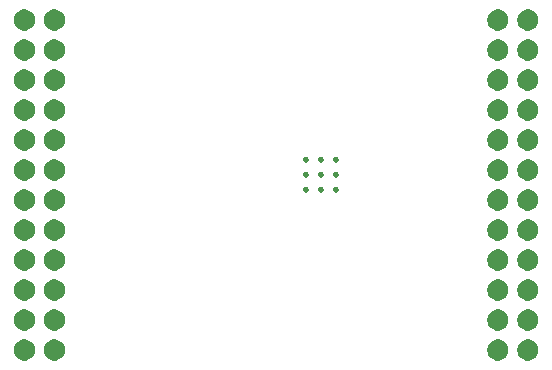
<source format=gbr>
G04 #@! TF.GenerationSoftware,KiCad,Pcbnew,(5.1.5)-3*
G04 #@! TF.CreationDate,2021-07-21T14:46:52+02:00*
G04 #@! TF.ProjectId,sDrive1,73447269-7665-4312-9e6b-696361645f70,rev?*
G04 #@! TF.SameCoordinates,Original*
G04 #@! TF.FileFunction,Soldermask,Bot*
G04 #@! TF.FilePolarity,Negative*
%FSLAX46Y46*%
G04 Gerber Fmt 4.6, Leading zero omitted, Abs format (unit mm)*
G04 Created by KiCad (PCBNEW (5.1.5)-3) date 2021-07-21 14:46:52*
%MOMM*%
%LPD*%
G04 APERTURE LIST*
%ADD10C,0.100000*%
G04 APERTURE END LIST*
D10*
G36*
X45472292Y4762253D02*
G01*
X45621592Y4732556D01*
X45785564Y4664636D01*
X45933134Y4566033D01*
X46058633Y4440534D01*
X46157236Y4292964D01*
X46225156Y4128992D01*
X46259780Y3954921D01*
X46259780Y3777439D01*
X46225156Y3603368D01*
X46157236Y3439396D01*
X46058633Y3291826D01*
X45933134Y3166327D01*
X45785564Y3067724D01*
X45621592Y2999804D01*
X45472292Y2970107D01*
X45447522Y2965180D01*
X45270038Y2965180D01*
X45245268Y2970107D01*
X45095968Y2999804D01*
X44931996Y3067724D01*
X44784426Y3166327D01*
X44658927Y3291826D01*
X44560324Y3439396D01*
X44492404Y3603368D01*
X44457780Y3777439D01*
X44457780Y3954921D01*
X44492404Y4128992D01*
X44560324Y4292964D01*
X44658927Y4440534D01*
X44784426Y4566033D01*
X44931996Y4664636D01*
X45095968Y4732556D01*
X45245268Y4762253D01*
X45270038Y4767180D01*
X45447522Y4767180D01*
X45472292Y4762253D01*
G37*
G36*
X42932292Y4762253D02*
G01*
X43081592Y4732556D01*
X43245564Y4664636D01*
X43393134Y4566033D01*
X43518633Y4440534D01*
X43617236Y4292964D01*
X43685156Y4128992D01*
X43719780Y3954921D01*
X43719780Y3777439D01*
X43685156Y3603368D01*
X43617236Y3439396D01*
X43518633Y3291826D01*
X43393134Y3166327D01*
X43245564Y3067724D01*
X43081592Y2999804D01*
X42932292Y2970107D01*
X42907522Y2965180D01*
X42730038Y2965180D01*
X42705268Y2970107D01*
X42555968Y2999804D01*
X42391996Y3067724D01*
X42244426Y3166327D01*
X42118927Y3291826D01*
X42020324Y3439396D01*
X41952404Y3603368D01*
X41917780Y3777439D01*
X41917780Y3954921D01*
X41952404Y4128992D01*
X42020324Y4292964D01*
X42118927Y4440534D01*
X42244426Y4566033D01*
X42391996Y4664636D01*
X42555968Y4732556D01*
X42705268Y4762253D01*
X42730038Y4767180D01*
X42907522Y4767180D01*
X42932292Y4762253D01*
G37*
G36*
X2852292Y4762253D02*
G01*
X3001592Y4732556D01*
X3165564Y4664636D01*
X3313134Y4566033D01*
X3438633Y4440534D01*
X3537236Y4292964D01*
X3605156Y4128992D01*
X3639780Y3954921D01*
X3639780Y3777439D01*
X3605156Y3603368D01*
X3537236Y3439396D01*
X3438633Y3291826D01*
X3313134Y3166327D01*
X3165564Y3067724D01*
X3001592Y2999804D01*
X2852292Y2970107D01*
X2827522Y2965180D01*
X2650038Y2965180D01*
X2625268Y2970107D01*
X2475968Y2999804D01*
X2311996Y3067724D01*
X2164426Y3166327D01*
X2038927Y3291826D01*
X1940324Y3439396D01*
X1872404Y3603368D01*
X1837780Y3777439D01*
X1837780Y3954921D01*
X1872404Y4128992D01*
X1940324Y4292964D01*
X2038927Y4440534D01*
X2164426Y4566033D01*
X2311996Y4664636D01*
X2475968Y4732556D01*
X2625268Y4762253D01*
X2650038Y4767180D01*
X2827522Y4767180D01*
X2852292Y4762253D01*
G37*
G36*
X5392292Y4762253D02*
G01*
X5541592Y4732556D01*
X5705564Y4664636D01*
X5853134Y4566033D01*
X5978633Y4440534D01*
X6077236Y4292964D01*
X6145156Y4128992D01*
X6179780Y3954921D01*
X6179780Y3777439D01*
X6145156Y3603368D01*
X6077236Y3439396D01*
X5978633Y3291826D01*
X5853134Y3166327D01*
X5705564Y3067724D01*
X5541592Y2999804D01*
X5392292Y2970107D01*
X5367522Y2965180D01*
X5190038Y2965180D01*
X5165268Y2970107D01*
X5015968Y2999804D01*
X4851996Y3067724D01*
X4704426Y3166327D01*
X4578927Y3291826D01*
X4480324Y3439396D01*
X4412404Y3603368D01*
X4377780Y3777439D01*
X4377780Y3954921D01*
X4412404Y4128992D01*
X4480324Y4292964D01*
X4578927Y4440534D01*
X4704426Y4566033D01*
X4851996Y4664636D01*
X5015968Y4732556D01*
X5165268Y4762253D01*
X5190038Y4767180D01*
X5367522Y4767180D01*
X5392292Y4762253D01*
G37*
G36*
X5392292Y7302253D02*
G01*
X5541592Y7272556D01*
X5705564Y7204636D01*
X5853134Y7106033D01*
X5978633Y6980534D01*
X6077236Y6832964D01*
X6145156Y6668992D01*
X6179780Y6494921D01*
X6179780Y6317439D01*
X6145156Y6143368D01*
X6077236Y5979396D01*
X5978633Y5831826D01*
X5853134Y5706327D01*
X5705564Y5607724D01*
X5541592Y5539804D01*
X5392292Y5510107D01*
X5367522Y5505180D01*
X5190038Y5505180D01*
X5165268Y5510107D01*
X5015968Y5539804D01*
X4851996Y5607724D01*
X4704426Y5706327D01*
X4578927Y5831826D01*
X4480324Y5979396D01*
X4412404Y6143368D01*
X4377780Y6317439D01*
X4377780Y6494921D01*
X4412404Y6668992D01*
X4480324Y6832964D01*
X4578927Y6980534D01*
X4704426Y7106033D01*
X4851996Y7204636D01*
X5015968Y7272556D01*
X5165268Y7302253D01*
X5190038Y7307180D01*
X5367522Y7307180D01*
X5392292Y7302253D01*
G37*
G36*
X2852292Y7302253D02*
G01*
X3001592Y7272556D01*
X3165564Y7204636D01*
X3313134Y7106033D01*
X3438633Y6980534D01*
X3537236Y6832964D01*
X3605156Y6668992D01*
X3639780Y6494921D01*
X3639780Y6317439D01*
X3605156Y6143368D01*
X3537236Y5979396D01*
X3438633Y5831826D01*
X3313134Y5706327D01*
X3165564Y5607724D01*
X3001592Y5539804D01*
X2852292Y5510107D01*
X2827522Y5505180D01*
X2650038Y5505180D01*
X2625268Y5510107D01*
X2475968Y5539804D01*
X2311996Y5607724D01*
X2164426Y5706327D01*
X2038927Y5831826D01*
X1940324Y5979396D01*
X1872404Y6143368D01*
X1837780Y6317439D01*
X1837780Y6494921D01*
X1872404Y6668992D01*
X1940324Y6832964D01*
X2038927Y6980534D01*
X2164426Y7106033D01*
X2311996Y7204636D01*
X2475968Y7272556D01*
X2625268Y7302253D01*
X2650038Y7307180D01*
X2827522Y7307180D01*
X2852292Y7302253D01*
G37*
G36*
X42932292Y7302253D02*
G01*
X43081592Y7272556D01*
X43245564Y7204636D01*
X43393134Y7106033D01*
X43518633Y6980534D01*
X43617236Y6832964D01*
X43685156Y6668992D01*
X43719780Y6494921D01*
X43719780Y6317439D01*
X43685156Y6143368D01*
X43617236Y5979396D01*
X43518633Y5831826D01*
X43393134Y5706327D01*
X43245564Y5607724D01*
X43081592Y5539804D01*
X42932292Y5510107D01*
X42907522Y5505180D01*
X42730038Y5505180D01*
X42705268Y5510107D01*
X42555968Y5539804D01*
X42391996Y5607724D01*
X42244426Y5706327D01*
X42118927Y5831826D01*
X42020324Y5979396D01*
X41952404Y6143368D01*
X41917780Y6317439D01*
X41917780Y6494921D01*
X41952404Y6668992D01*
X42020324Y6832964D01*
X42118927Y6980534D01*
X42244426Y7106033D01*
X42391996Y7204636D01*
X42555968Y7272556D01*
X42705268Y7302253D01*
X42730038Y7307180D01*
X42907522Y7307180D01*
X42932292Y7302253D01*
G37*
G36*
X45472292Y7302253D02*
G01*
X45621592Y7272556D01*
X45785564Y7204636D01*
X45933134Y7106033D01*
X46058633Y6980534D01*
X46157236Y6832964D01*
X46225156Y6668992D01*
X46259780Y6494921D01*
X46259780Y6317439D01*
X46225156Y6143368D01*
X46157236Y5979396D01*
X46058633Y5831826D01*
X45933134Y5706327D01*
X45785564Y5607724D01*
X45621592Y5539804D01*
X45472292Y5510107D01*
X45447522Y5505180D01*
X45270038Y5505180D01*
X45245268Y5510107D01*
X45095968Y5539804D01*
X44931996Y5607724D01*
X44784426Y5706327D01*
X44658927Y5831826D01*
X44560324Y5979396D01*
X44492404Y6143368D01*
X44457780Y6317439D01*
X44457780Y6494921D01*
X44492404Y6668992D01*
X44560324Y6832964D01*
X44658927Y6980534D01*
X44784426Y7106033D01*
X44931996Y7204636D01*
X45095968Y7272556D01*
X45245268Y7302253D01*
X45270038Y7307180D01*
X45447522Y7307180D01*
X45472292Y7302253D01*
G37*
G36*
X2852292Y9842253D02*
G01*
X3001592Y9812556D01*
X3165564Y9744636D01*
X3313134Y9646033D01*
X3438633Y9520534D01*
X3537236Y9372964D01*
X3605156Y9208992D01*
X3639780Y9034921D01*
X3639780Y8857439D01*
X3605156Y8683368D01*
X3537236Y8519396D01*
X3438633Y8371826D01*
X3313134Y8246327D01*
X3165564Y8147724D01*
X3001592Y8079804D01*
X2852292Y8050107D01*
X2827522Y8045180D01*
X2650038Y8045180D01*
X2625268Y8050107D01*
X2475968Y8079804D01*
X2311996Y8147724D01*
X2164426Y8246327D01*
X2038927Y8371826D01*
X1940324Y8519396D01*
X1872404Y8683368D01*
X1837780Y8857439D01*
X1837780Y9034921D01*
X1872404Y9208992D01*
X1940324Y9372964D01*
X2038927Y9520534D01*
X2164426Y9646033D01*
X2311996Y9744636D01*
X2475968Y9812556D01*
X2625268Y9842253D01*
X2650038Y9847180D01*
X2827522Y9847180D01*
X2852292Y9842253D01*
G37*
G36*
X5392292Y9842253D02*
G01*
X5541592Y9812556D01*
X5705564Y9744636D01*
X5853134Y9646033D01*
X5978633Y9520534D01*
X6077236Y9372964D01*
X6145156Y9208992D01*
X6179780Y9034921D01*
X6179780Y8857439D01*
X6145156Y8683368D01*
X6077236Y8519396D01*
X5978633Y8371826D01*
X5853134Y8246327D01*
X5705564Y8147724D01*
X5541592Y8079804D01*
X5392292Y8050107D01*
X5367522Y8045180D01*
X5190038Y8045180D01*
X5165268Y8050107D01*
X5015968Y8079804D01*
X4851996Y8147724D01*
X4704426Y8246327D01*
X4578927Y8371826D01*
X4480324Y8519396D01*
X4412404Y8683368D01*
X4377780Y8857439D01*
X4377780Y9034921D01*
X4412404Y9208992D01*
X4480324Y9372964D01*
X4578927Y9520534D01*
X4704426Y9646033D01*
X4851996Y9744636D01*
X5015968Y9812556D01*
X5165268Y9842253D01*
X5190038Y9847180D01*
X5367522Y9847180D01*
X5392292Y9842253D01*
G37*
G36*
X45472292Y9842253D02*
G01*
X45621592Y9812556D01*
X45785564Y9744636D01*
X45933134Y9646033D01*
X46058633Y9520534D01*
X46157236Y9372964D01*
X46225156Y9208992D01*
X46259780Y9034921D01*
X46259780Y8857439D01*
X46225156Y8683368D01*
X46157236Y8519396D01*
X46058633Y8371826D01*
X45933134Y8246327D01*
X45785564Y8147724D01*
X45621592Y8079804D01*
X45472292Y8050107D01*
X45447522Y8045180D01*
X45270038Y8045180D01*
X45245268Y8050107D01*
X45095968Y8079804D01*
X44931996Y8147724D01*
X44784426Y8246327D01*
X44658927Y8371826D01*
X44560324Y8519396D01*
X44492404Y8683368D01*
X44457780Y8857439D01*
X44457780Y9034921D01*
X44492404Y9208992D01*
X44560324Y9372964D01*
X44658927Y9520534D01*
X44784426Y9646033D01*
X44931996Y9744636D01*
X45095968Y9812556D01*
X45245268Y9842253D01*
X45270038Y9847180D01*
X45447522Y9847180D01*
X45472292Y9842253D01*
G37*
G36*
X42932292Y9842253D02*
G01*
X43081592Y9812556D01*
X43245564Y9744636D01*
X43393134Y9646033D01*
X43518633Y9520534D01*
X43617236Y9372964D01*
X43685156Y9208992D01*
X43719780Y9034921D01*
X43719780Y8857439D01*
X43685156Y8683368D01*
X43617236Y8519396D01*
X43518633Y8371826D01*
X43393134Y8246327D01*
X43245564Y8147724D01*
X43081592Y8079804D01*
X42932292Y8050107D01*
X42907522Y8045180D01*
X42730038Y8045180D01*
X42705268Y8050107D01*
X42555968Y8079804D01*
X42391996Y8147724D01*
X42244426Y8246327D01*
X42118927Y8371826D01*
X42020324Y8519396D01*
X41952404Y8683368D01*
X41917780Y8857439D01*
X41917780Y9034921D01*
X41952404Y9208992D01*
X42020324Y9372964D01*
X42118927Y9520534D01*
X42244426Y9646033D01*
X42391996Y9744636D01*
X42555968Y9812556D01*
X42705268Y9842253D01*
X42730038Y9847180D01*
X42907522Y9847180D01*
X42932292Y9842253D01*
G37*
G36*
X5392292Y12382253D02*
G01*
X5541592Y12352556D01*
X5705564Y12284636D01*
X5853134Y12186033D01*
X5978633Y12060534D01*
X6077236Y11912964D01*
X6145156Y11748992D01*
X6179780Y11574921D01*
X6179780Y11397439D01*
X6145156Y11223368D01*
X6077236Y11059396D01*
X5978633Y10911826D01*
X5853134Y10786327D01*
X5705564Y10687724D01*
X5541592Y10619804D01*
X5392292Y10590107D01*
X5367522Y10585180D01*
X5190038Y10585180D01*
X5165268Y10590107D01*
X5015968Y10619804D01*
X4851996Y10687724D01*
X4704426Y10786327D01*
X4578927Y10911826D01*
X4480324Y11059396D01*
X4412404Y11223368D01*
X4377780Y11397439D01*
X4377780Y11574921D01*
X4412404Y11748992D01*
X4480324Y11912964D01*
X4578927Y12060534D01*
X4704426Y12186033D01*
X4851996Y12284636D01*
X5015968Y12352556D01*
X5165268Y12382253D01*
X5190038Y12387180D01*
X5367522Y12387180D01*
X5392292Y12382253D01*
G37*
G36*
X45472292Y12382253D02*
G01*
X45621592Y12352556D01*
X45785564Y12284636D01*
X45933134Y12186033D01*
X46058633Y12060534D01*
X46157236Y11912964D01*
X46225156Y11748992D01*
X46259780Y11574921D01*
X46259780Y11397439D01*
X46225156Y11223368D01*
X46157236Y11059396D01*
X46058633Y10911826D01*
X45933134Y10786327D01*
X45785564Y10687724D01*
X45621592Y10619804D01*
X45472292Y10590107D01*
X45447522Y10585180D01*
X45270038Y10585180D01*
X45245268Y10590107D01*
X45095968Y10619804D01*
X44931996Y10687724D01*
X44784426Y10786327D01*
X44658927Y10911826D01*
X44560324Y11059396D01*
X44492404Y11223368D01*
X44457780Y11397439D01*
X44457780Y11574921D01*
X44492404Y11748992D01*
X44560324Y11912964D01*
X44658927Y12060534D01*
X44784426Y12186033D01*
X44931996Y12284636D01*
X45095968Y12352556D01*
X45245268Y12382253D01*
X45270038Y12387180D01*
X45447522Y12387180D01*
X45472292Y12382253D01*
G37*
G36*
X2852292Y12382253D02*
G01*
X3001592Y12352556D01*
X3165564Y12284636D01*
X3313134Y12186033D01*
X3438633Y12060534D01*
X3537236Y11912964D01*
X3605156Y11748992D01*
X3639780Y11574921D01*
X3639780Y11397439D01*
X3605156Y11223368D01*
X3537236Y11059396D01*
X3438633Y10911826D01*
X3313134Y10786327D01*
X3165564Y10687724D01*
X3001592Y10619804D01*
X2852292Y10590107D01*
X2827522Y10585180D01*
X2650038Y10585180D01*
X2625268Y10590107D01*
X2475968Y10619804D01*
X2311996Y10687724D01*
X2164426Y10786327D01*
X2038927Y10911826D01*
X1940324Y11059396D01*
X1872404Y11223368D01*
X1837780Y11397439D01*
X1837780Y11574921D01*
X1872404Y11748992D01*
X1940324Y11912964D01*
X2038927Y12060534D01*
X2164426Y12186033D01*
X2311996Y12284636D01*
X2475968Y12352556D01*
X2625268Y12382253D01*
X2650038Y12387180D01*
X2827522Y12387180D01*
X2852292Y12382253D01*
G37*
G36*
X42932292Y12382253D02*
G01*
X43081592Y12352556D01*
X43245564Y12284636D01*
X43393134Y12186033D01*
X43518633Y12060534D01*
X43617236Y11912964D01*
X43685156Y11748992D01*
X43719780Y11574921D01*
X43719780Y11397439D01*
X43685156Y11223368D01*
X43617236Y11059396D01*
X43518633Y10911826D01*
X43393134Y10786327D01*
X43245564Y10687724D01*
X43081592Y10619804D01*
X42932292Y10590107D01*
X42907522Y10585180D01*
X42730038Y10585180D01*
X42705268Y10590107D01*
X42555968Y10619804D01*
X42391996Y10687724D01*
X42244426Y10786327D01*
X42118927Y10911826D01*
X42020324Y11059396D01*
X41952404Y11223368D01*
X41917780Y11397439D01*
X41917780Y11574921D01*
X41952404Y11748992D01*
X42020324Y11912964D01*
X42118927Y12060534D01*
X42244426Y12186033D01*
X42391996Y12284636D01*
X42555968Y12352556D01*
X42705268Y12382253D01*
X42730038Y12387180D01*
X42907522Y12387180D01*
X42932292Y12382253D01*
G37*
G36*
X2852292Y14922253D02*
G01*
X3001592Y14892556D01*
X3165564Y14824636D01*
X3313134Y14726033D01*
X3438633Y14600534D01*
X3537236Y14452964D01*
X3605156Y14288992D01*
X3639780Y14114921D01*
X3639780Y13937439D01*
X3605156Y13763368D01*
X3537236Y13599396D01*
X3438633Y13451826D01*
X3313134Y13326327D01*
X3165564Y13227724D01*
X3001592Y13159804D01*
X2852292Y13130107D01*
X2827522Y13125180D01*
X2650038Y13125180D01*
X2625268Y13130107D01*
X2475968Y13159804D01*
X2311996Y13227724D01*
X2164426Y13326327D01*
X2038927Y13451826D01*
X1940324Y13599396D01*
X1872404Y13763368D01*
X1837780Y13937439D01*
X1837780Y14114921D01*
X1872404Y14288992D01*
X1940324Y14452964D01*
X2038927Y14600534D01*
X2164426Y14726033D01*
X2311996Y14824636D01*
X2475968Y14892556D01*
X2625268Y14922253D01*
X2650038Y14927180D01*
X2827522Y14927180D01*
X2852292Y14922253D01*
G37*
G36*
X42932292Y14922253D02*
G01*
X43081592Y14892556D01*
X43245564Y14824636D01*
X43393134Y14726033D01*
X43518633Y14600534D01*
X43617236Y14452964D01*
X43685156Y14288992D01*
X43719780Y14114921D01*
X43719780Y13937439D01*
X43685156Y13763368D01*
X43617236Y13599396D01*
X43518633Y13451826D01*
X43393134Y13326327D01*
X43245564Y13227724D01*
X43081592Y13159804D01*
X42932292Y13130107D01*
X42907522Y13125180D01*
X42730038Y13125180D01*
X42705268Y13130107D01*
X42555968Y13159804D01*
X42391996Y13227724D01*
X42244426Y13326327D01*
X42118927Y13451826D01*
X42020324Y13599396D01*
X41952404Y13763368D01*
X41917780Y13937439D01*
X41917780Y14114921D01*
X41952404Y14288992D01*
X42020324Y14452964D01*
X42118927Y14600534D01*
X42244426Y14726033D01*
X42391996Y14824636D01*
X42555968Y14892556D01*
X42705268Y14922253D01*
X42730038Y14927180D01*
X42907522Y14927180D01*
X42932292Y14922253D01*
G37*
G36*
X5392292Y14922253D02*
G01*
X5541592Y14892556D01*
X5705564Y14824636D01*
X5853134Y14726033D01*
X5978633Y14600534D01*
X6077236Y14452964D01*
X6145156Y14288992D01*
X6179780Y14114921D01*
X6179780Y13937439D01*
X6145156Y13763368D01*
X6077236Y13599396D01*
X5978633Y13451826D01*
X5853134Y13326327D01*
X5705564Y13227724D01*
X5541592Y13159804D01*
X5392292Y13130107D01*
X5367522Y13125180D01*
X5190038Y13125180D01*
X5165268Y13130107D01*
X5015968Y13159804D01*
X4851996Y13227724D01*
X4704426Y13326327D01*
X4578927Y13451826D01*
X4480324Y13599396D01*
X4412404Y13763368D01*
X4377780Y13937439D01*
X4377780Y14114921D01*
X4412404Y14288992D01*
X4480324Y14452964D01*
X4578927Y14600534D01*
X4704426Y14726033D01*
X4851996Y14824636D01*
X5015968Y14892556D01*
X5165268Y14922253D01*
X5190038Y14927180D01*
X5367522Y14927180D01*
X5392292Y14922253D01*
G37*
G36*
X45472292Y14922253D02*
G01*
X45621592Y14892556D01*
X45785564Y14824636D01*
X45933134Y14726033D01*
X46058633Y14600534D01*
X46157236Y14452964D01*
X46225156Y14288992D01*
X46259780Y14114921D01*
X46259780Y13937439D01*
X46225156Y13763368D01*
X46157236Y13599396D01*
X46058633Y13451826D01*
X45933134Y13326327D01*
X45785564Y13227724D01*
X45621592Y13159804D01*
X45472292Y13130107D01*
X45447522Y13125180D01*
X45270038Y13125180D01*
X45245268Y13130107D01*
X45095968Y13159804D01*
X44931996Y13227724D01*
X44784426Y13326327D01*
X44658927Y13451826D01*
X44560324Y13599396D01*
X44492404Y13763368D01*
X44457780Y13937439D01*
X44457780Y14114921D01*
X44492404Y14288992D01*
X44560324Y14452964D01*
X44658927Y14600534D01*
X44784426Y14726033D01*
X44931996Y14824636D01*
X45095968Y14892556D01*
X45245268Y14922253D01*
X45270038Y14927180D01*
X45447522Y14927180D01*
X45472292Y14922253D01*
G37*
G36*
X42932292Y17462253D02*
G01*
X43081592Y17432556D01*
X43245564Y17364636D01*
X43393134Y17266033D01*
X43518633Y17140534D01*
X43617236Y16992964D01*
X43685156Y16828992D01*
X43719780Y16654921D01*
X43719780Y16477439D01*
X43685156Y16303368D01*
X43617236Y16139396D01*
X43518633Y15991826D01*
X43393134Y15866327D01*
X43245564Y15767724D01*
X43081592Y15699804D01*
X42932292Y15670107D01*
X42907522Y15665180D01*
X42730038Y15665180D01*
X42705268Y15670107D01*
X42555968Y15699804D01*
X42391996Y15767724D01*
X42244426Y15866327D01*
X42118927Y15991826D01*
X42020324Y16139396D01*
X41952404Y16303368D01*
X41917780Y16477439D01*
X41917780Y16654921D01*
X41952404Y16828992D01*
X42020324Y16992964D01*
X42118927Y17140534D01*
X42244426Y17266033D01*
X42391996Y17364636D01*
X42555968Y17432556D01*
X42705268Y17462253D01*
X42730038Y17467180D01*
X42907522Y17467180D01*
X42932292Y17462253D01*
G37*
G36*
X45472292Y17462253D02*
G01*
X45621592Y17432556D01*
X45785564Y17364636D01*
X45933134Y17266033D01*
X46058633Y17140534D01*
X46157236Y16992964D01*
X46225156Y16828992D01*
X46259780Y16654921D01*
X46259780Y16477439D01*
X46225156Y16303368D01*
X46157236Y16139396D01*
X46058633Y15991826D01*
X45933134Y15866327D01*
X45785564Y15767724D01*
X45621592Y15699804D01*
X45472292Y15670107D01*
X45447522Y15665180D01*
X45270038Y15665180D01*
X45245268Y15670107D01*
X45095968Y15699804D01*
X44931996Y15767724D01*
X44784426Y15866327D01*
X44658927Y15991826D01*
X44560324Y16139396D01*
X44492404Y16303368D01*
X44457780Y16477439D01*
X44457780Y16654921D01*
X44492404Y16828992D01*
X44560324Y16992964D01*
X44658927Y17140534D01*
X44784426Y17266033D01*
X44931996Y17364636D01*
X45095968Y17432556D01*
X45245268Y17462253D01*
X45270038Y17467180D01*
X45447522Y17467180D01*
X45472292Y17462253D01*
G37*
G36*
X2852292Y17462253D02*
G01*
X3001592Y17432556D01*
X3165564Y17364636D01*
X3313134Y17266033D01*
X3438633Y17140534D01*
X3537236Y16992964D01*
X3605156Y16828992D01*
X3639780Y16654921D01*
X3639780Y16477439D01*
X3605156Y16303368D01*
X3537236Y16139396D01*
X3438633Y15991826D01*
X3313134Y15866327D01*
X3165564Y15767724D01*
X3001592Y15699804D01*
X2852292Y15670107D01*
X2827522Y15665180D01*
X2650038Y15665180D01*
X2625268Y15670107D01*
X2475968Y15699804D01*
X2311996Y15767724D01*
X2164426Y15866327D01*
X2038927Y15991826D01*
X1940324Y16139396D01*
X1872404Y16303368D01*
X1837780Y16477439D01*
X1837780Y16654921D01*
X1872404Y16828992D01*
X1940324Y16992964D01*
X2038927Y17140534D01*
X2164426Y17266033D01*
X2311996Y17364636D01*
X2475968Y17432556D01*
X2625268Y17462253D01*
X2650038Y17467180D01*
X2827522Y17467180D01*
X2852292Y17462253D01*
G37*
G36*
X5392292Y17462253D02*
G01*
X5541592Y17432556D01*
X5705564Y17364636D01*
X5853134Y17266033D01*
X5978633Y17140534D01*
X6077236Y16992964D01*
X6145156Y16828992D01*
X6179780Y16654921D01*
X6179780Y16477439D01*
X6145156Y16303368D01*
X6077236Y16139396D01*
X5978633Y15991826D01*
X5853134Y15866327D01*
X5705564Y15767724D01*
X5541592Y15699804D01*
X5392292Y15670107D01*
X5367522Y15665180D01*
X5190038Y15665180D01*
X5165268Y15670107D01*
X5015968Y15699804D01*
X4851996Y15767724D01*
X4704426Y15866327D01*
X4578927Y15991826D01*
X4480324Y16139396D01*
X4412404Y16303368D01*
X4377780Y16477439D01*
X4377780Y16654921D01*
X4412404Y16828992D01*
X4480324Y16992964D01*
X4578927Y17140534D01*
X4704426Y17266033D01*
X4851996Y17364636D01*
X5015968Y17432556D01*
X5165268Y17462253D01*
X5190038Y17467180D01*
X5367522Y17467180D01*
X5392292Y17462253D01*
G37*
G36*
X29181214Y17687354D02*
G01*
X29181217Y17687353D01*
X29181216Y17687353D01*
X29226894Y17668433D01*
X29267998Y17640968D01*
X29268000Y17640966D01*
X29268003Y17640964D01*
X29302964Y17606003D01*
X29302966Y17606000D01*
X29302968Y17605998D01*
X29330433Y17564894D01*
X29330433Y17564893D01*
X29349354Y17519214D01*
X29359000Y17470721D01*
X29359000Y17421279D01*
X29349354Y17372786D01*
X29349353Y17372784D01*
X29330433Y17327106D01*
X29302968Y17286002D01*
X29302966Y17286000D01*
X29302964Y17285997D01*
X29268003Y17251036D01*
X29268000Y17251034D01*
X29267998Y17251032D01*
X29226894Y17223567D01*
X29194594Y17210188D01*
X29181214Y17204646D01*
X29132721Y17195000D01*
X29083279Y17195000D01*
X29034786Y17204646D01*
X29021406Y17210188D01*
X28989106Y17223567D01*
X28948002Y17251032D01*
X28948000Y17251034D01*
X28947997Y17251036D01*
X28913036Y17285997D01*
X28913034Y17286000D01*
X28913032Y17286002D01*
X28885567Y17327106D01*
X28866647Y17372784D01*
X28866646Y17372786D01*
X28857000Y17421279D01*
X28857000Y17470721D01*
X28866646Y17519214D01*
X28885567Y17564893D01*
X28885567Y17564894D01*
X28913032Y17605998D01*
X28913034Y17606000D01*
X28913036Y17606003D01*
X28947997Y17640964D01*
X28948000Y17640966D01*
X28948002Y17640968D01*
X28989106Y17668433D01*
X29034784Y17687353D01*
X29034783Y17687353D01*
X29034786Y17687354D01*
X29083279Y17697000D01*
X29132721Y17697000D01*
X29181214Y17687354D01*
G37*
G36*
X27911214Y17687354D02*
G01*
X27911217Y17687353D01*
X27911216Y17687353D01*
X27956894Y17668433D01*
X27997998Y17640968D01*
X27998000Y17640966D01*
X27998003Y17640964D01*
X28032964Y17606003D01*
X28032966Y17606000D01*
X28032968Y17605998D01*
X28060433Y17564894D01*
X28060433Y17564893D01*
X28079354Y17519214D01*
X28089000Y17470721D01*
X28089000Y17421279D01*
X28079354Y17372786D01*
X28079353Y17372784D01*
X28060433Y17327106D01*
X28032968Y17286002D01*
X28032966Y17286000D01*
X28032964Y17285997D01*
X27998003Y17251036D01*
X27998000Y17251034D01*
X27997998Y17251032D01*
X27956894Y17223567D01*
X27924594Y17210188D01*
X27911214Y17204646D01*
X27862721Y17195000D01*
X27813279Y17195000D01*
X27764786Y17204646D01*
X27751406Y17210188D01*
X27719106Y17223567D01*
X27678002Y17251032D01*
X27678000Y17251034D01*
X27677997Y17251036D01*
X27643036Y17285997D01*
X27643034Y17286000D01*
X27643032Y17286002D01*
X27615567Y17327106D01*
X27596647Y17372784D01*
X27596646Y17372786D01*
X27587000Y17421279D01*
X27587000Y17470721D01*
X27596646Y17519214D01*
X27615567Y17564893D01*
X27615567Y17564894D01*
X27643032Y17605998D01*
X27643034Y17606000D01*
X27643036Y17606003D01*
X27677997Y17640964D01*
X27678000Y17640966D01*
X27678002Y17640968D01*
X27719106Y17668433D01*
X27764784Y17687353D01*
X27764783Y17687353D01*
X27764786Y17687354D01*
X27813279Y17697000D01*
X27862721Y17697000D01*
X27911214Y17687354D01*
G37*
G36*
X26641214Y17687354D02*
G01*
X26641217Y17687353D01*
X26641216Y17687353D01*
X26686894Y17668433D01*
X26727998Y17640968D01*
X26728000Y17640966D01*
X26728003Y17640964D01*
X26762964Y17606003D01*
X26762966Y17606000D01*
X26762968Y17605998D01*
X26790433Y17564894D01*
X26790433Y17564893D01*
X26809354Y17519214D01*
X26819000Y17470721D01*
X26819000Y17421279D01*
X26809354Y17372786D01*
X26809353Y17372784D01*
X26790433Y17327106D01*
X26762968Y17286002D01*
X26762966Y17286000D01*
X26762964Y17285997D01*
X26728003Y17251036D01*
X26728000Y17251034D01*
X26727998Y17251032D01*
X26686894Y17223567D01*
X26654594Y17210188D01*
X26641214Y17204646D01*
X26592721Y17195000D01*
X26543279Y17195000D01*
X26494786Y17204646D01*
X26481406Y17210188D01*
X26449106Y17223567D01*
X26408002Y17251032D01*
X26408000Y17251034D01*
X26407997Y17251036D01*
X26373036Y17285997D01*
X26373034Y17286000D01*
X26373032Y17286002D01*
X26345567Y17327106D01*
X26326647Y17372784D01*
X26326646Y17372786D01*
X26317000Y17421279D01*
X26317000Y17470721D01*
X26326646Y17519214D01*
X26345567Y17564893D01*
X26345567Y17564894D01*
X26373032Y17605998D01*
X26373034Y17606000D01*
X26373036Y17606003D01*
X26407997Y17640964D01*
X26408000Y17640966D01*
X26408002Y17640968D01*
X26449106Y17668433D01*
X26494784Y17687353D01*
X26494783Y17687353D01*
X26494786Y17687354D01*
X26543279Y17697000D01*
X26592721Y17697000D01*
X26641214Y17687354D01*
G37*
G36*
X5392292Y20002253D02*
G01*
X5541592Y19972556D01*
X5705564Y19904636D01*
X5853134Y19806033D01*
X5978633Y19680534D01*
X6077236Y19532964D01*
X6145156Y19368992D01*
X6179780Y19194921D01*
X6179780Y19017439D01*
X6145156Y18843368D01*
X6077236Y18679396D01*
X5978633Y18531826D01*
X5853134Y18406327D01*
X5705564Y18307724D01*
X5541592Y18239804D01*
X5392292Y18210107D01*
X5367522Y18205180D01*
X5190038Y18205180D01*
X5165268Y18210107D01*
X5015968Y18239804D01*
X4851996Y18307724D01*
X4704426Y18406327D01*
X4578927Y18531826D01*
X4480324Y18679396D01*
X4412404Y18843368D01*
X4377780Y19017439D01*
X4377780Y19194921D01*
X4412404Y19368992D01*
X4480324Y19532964D01*
X4578927Y19680534D01*
X4704426Y19806033D01*
X4851996Y19904636D01*
X5015968Y19972556D01*
X5165268Y20002253D01*
X5190038Y20007180D01*
X5367522Y20007180D01*
X5392292Y20002253D01*
G37*
G36*
X45472292Y20002253D02*
G01*
X45621592Y19972556D01*
X45785564Y19904636D01*
X45933134Y19806033D01*
X46058633Y19680534D01*
X46157236Y19532964D01*
X46225156Y19368992D01*
X46259780Y19194921D01*
X46259780Y19017439D01*
X46225156Y18843368D01*
X46157236Y18679396D01*
X46058633Y18531826D01*
X45933134Y18406327D01*
X45785564Y18307724D01*
X45621592Y18239804D01*
X45472292Y18210107D01*
X45447522Y18205180D01*
X45270038Y18205180D01*
X45245268Y18210107D01*
X45095968Y18239804D01*
X44931996Y18307724D01*
X44784426Y18406327D01*
X44658927Y18531826D01*
X44560324Y18679396D01*
X44492404Y18843368D01*
X44457780Y19017439D01*
X44457780Y19194921D01*
X44492404Y19368992D01*
X44560324Y19532964D01*
X44658927Y19680534D01*
X44784426Y19806033D01*
X44931996Y19904636D01*
X45095968Y19972556D01*
X45245268Y20002253D01*
X45270038Y20007180D01*
X45447522Y20007180D01*
X45472292Y20002253D01*
G37*
G36*
X2852292Y20002253D02*
G01*
X3001592Y19972556D01*
X3165564Y19904636D01*
X3313134Y19806033D01*
X3438633Y19680534D01*
X3537236Y19532964D01*
X3605156Y19368992D01*
X3639780Y19194921D01*
X3639780Y19017439D01*
X3605156Y18843368D01*
X3537236Y18679396D01*
X3438633Y18531826D01*
X3313134Y18406327D01*
X3165564Y18307724D01*
X3001592Y18239804D01*
X2852292Y18210107D01*
X2827522Y18205180D01*
X2650038Y18205180D01*
X2625268Y18210107D01*
X2475968Y18239804D01*
X2311996Y18307724D01*
X2164426Y18406327D01*
X2038927Y18531826D01*
X1940324Y18679396D01*
X1872404Y18843368D01*
X1837780Y19017439D01*
X1837780Y19194921D01*
X1872404Y19368992D01*
X1940324Y19532964D01*
X2038927Y19680534D01*
X2164426Y19806033D01*
X2311996Y19904636D01*
X2475968Y19972556D01*
X2625268Y20002253D01*
X2650038Y20007180D01*
X2827522Y20007180D01*
X2852292Y20002253D01*
G37*
G36*
X42932292Y20002253D02*
G01*
X43081592Y19972556D01*
X43245564Y19904636D01*
X43393134Y19806033D01*
X43518633Y19680534D01*
X43617236Y19532964D01*
X43685156Y19368992D01*
X43719780Y19194921D01*
X43719780Y19017439D01*
X43685156Y18843368D01*
X43617236Y18679396D01*
X43518633Y18531826D01*
X43393134Y18406327D01*
X43245564Y18307724D01*
X43081592Y18239804D01*
X42932292Y18210107D01*
X42907522Y18205180D01*
X42730038Y18205180D01*
X42705268Y18210107D01*
X42555968Y18239804D01*
X42391996Y18307724D01*
X42244426Y18406327D01*
X42118927Y18531826D01*
X42020324Y18679396D01*
X41952404Y18843368D01*
X41917780Y19017439D01*
X41917780Y19194921D01*
X41952404Y19368992D01*
X42020324Y19532964D01*
X42118927Y19680534D01*
X42244426Y19806033D01*
X42391996Y19904636D01*
X42555968Y19972556D01*
X42705268Y20002253D01*
X42730038Y20007180D01*
X42907522Y20007180D01*
X42932292Y20002253D01*
G37*
G36*
X29181214Y18957354D02*
G01*
X29181217Y18957353D01*
X29181216Y18957353D01*
X29226894Y18938433D01*
X29267998Y18910968D01*
X29268000Y18910966D01*
X29268003Y18910964D01*
X29302964Y18876003D01*
X29302966Y18876000D01*
X29302968Y18875998D01*
X29330433Y18834894D01*
X29330433Y18834893D01*
X29349354Y18789214D01*
X29359000Y18740721D01*
X29359000Y18691279D01*
X29349354Y18642786D01*
X29349353Y18642784D01*
X29330433Y18597106D01*
X29302968Y18556002D01*
X29302966Y18556000D01*
X29302964Y18555997D01*
X29268003Y18521036D01*
X29268000Y18521034D01*
X29267998Y18521032D01*
X29226894Y18493567D01*
X29194594Y18480188D01*
X29181214Y18474646D01*
X29132721Y18465000D01*
X29083279Y18465000D01*
X29034786Y18474646D01*
X29021406Y18480188D01*
X28989106Y18493567D01*
X28948002Y18521032D01*
X28948000Y18521034D01*
X28947997Y18521036D01*
X28913036Y18555997D01*
X28913034Y18556000D01*
X28913032Y18556002D01*
X28885567Y18597106D01*
X28866647Y18642784D01*
X28866646Y18642786D01*
X28857000Y18691279D01*
X28857000Y18740721D01*
X28866646Y18789214D01*
X28885567Y18834893D01*
X28885567Y18834894D01*
X28913032Y18875998D01*
X28913034Y18876000D01*
X28913036Y18876003D01*
X28947997Y18910964D01*
X28948000Y18910966D01*
X28948002Y18910968D01*
X28989106Y18938433D01*
X29034784Y18957353D01*
X29034783Y18957353D01*
X29034786Y18957354D01*
X29083279Y18967000D01*
X29132721Y18967000D01*
X29181214Y18957354D01*
G37*
G36*
X27911214Y18957354D02*
G01*
X27911217Y18957353D01*
X27911216Y18957353D01*
X27956894Y18938433D01*
X27997998Y18910968D01*
X27998000Y18910966D01*
X27998003Y18910964D01*
X28032964Y18876003D01*
X28032966Y18876000D01*
X28032968Y18875998D01*
X28060433Y18834894D01*
X28060433Y18834893D01*
X28079354Y18789214D01*
X28089000Y18740721D01*
X28089000Y18691279D01*
X28079354Y18642786D01*
X28079353Y18642784D01*
X28060433Y18597106D01*
X28032968Y18556002D01*
X28032966Y18556000D01*
X28032964Y18555997D01*
X27998003Y18521036D01*
X27998000Y18521034D01*
X27997998Y18521032D01*
X27956894Y18493567D01*
X27924594Y18480188D01*
X27911214Y18474646D01*
X27862721Y18465000D01*
X27813279Y18465000D01*
X27764786Y18474646D01*
X27751406Y18480188D01*
X27719106Y18493567D01*
X27678002Y18521032D01*
X27678000Y18521034D01*
X27677997Y18521036D01*
X27643036Y18555997D01*
X27643034Y18556000D01*
X27643032Y18556002D01*
X27615567Y18597106D01*
X27596647Y18642784D01*
X27596646Y18642786D01*
X27587000Y18691279D01*
X27587000Y18740721D01*
X27596646Y18789214D01*
X27615567Y18834893D01*
X27615567Y18834894D01*
X27643032Y18875998D01*
X27643034Y18876000D01*
X27643036Y18876003D01*
X27677997Y18910964D01*
X27678000Y18910966D01*
X27678002Y18910968D01*
X27719106Y18938433D01*
X27764784Y18957353D01*
X27764783Y18957353D01*
X27764786Y18957354D01*
X27813279Y18967000D01*
X27862721Y18967000D01*
X27911214Y18957354D01*
G37*
G36*
X26641214Y18957354D02*
G01*
X26641217Y18957353D01*
X26641216Y18957353D01*
X26686894Y18938433D01*
X26727998Y18910968D01*
X26728000Y18910966D01*
X26728003Y18910964D01*
X26762964Y18876003D01*
X26762966Y18876000D01*
X26762968Y18875998D01*
X26790433Y18834894D01*
X26790433Y18834893D01*
X26809354Y18789214D01*
X26819000Y18740721D01*
X26819000Y18691279D01*
X26809354Y18642786D01*
X26809353Y18642784D01*
X26790433Y18597106D01*
X26762968Y18556002D01*
X26762966Y18556000D01*
X26762964Y18555997D01*
X26728003Y18521036D01*
X26728000Y18521034D01*
X26727998Y18521032D01*
X26686894Y18493567D01*
X26654594Y18480188D01*
X26641214Y18474646D01*
X26592721Y18465000D01*
X26543279Y18465000D01*
X26494786Y18474646D01*
X26481406Y18480188D01*
X26449106Y18493567D01*
X26408002Y18521032D01*
X26408000Y18521034D01*
X26407997Y18521036D01*
X26373036Y18555997D01*
X26373034Y18556000D01*
X26373032Y18556002D01*
X26345567Y18597106D01*
X26326647Y18642784D01*
X26326646Y18642786D01*
X26317000Y18691279D01*
X26317000Y18740721D01*
X26326646Y18789214D01*
X26345567Y18834893D01*
X26345567Y18834894D01*
X26373032Y18875998D01*
X26373034Y18876000D01*
X26373036Y18876003D01*
X26407997Y18910964D01*
X26408000Y18910966D01*
X26408002Y18910968D01*
X26449106Y18938433D01*
X26494784Y18957353D01*
X26494783Y18957353D01*
X26494786Y18957354D01*
X26543279Y18967000D01*
X26592721Y18967000D01*
X26641214Y18957354D01*
G37*
G36*
X29181214Y20227354D02*
G01*
X29181217Y20227353D01*
X29181216Y20227353D01*
X29226894Y20208433D01*
X29267998Y20180968D01*
X29268000Y20180966D01*
X29268003Y20180964D01*
X29302964Y20146003D01*
X29302966Y20146000D01*
X29302968Y20145998D01*
X29330433Y20104894D01*
X29330433Y20104893D01*
X29349354Y20059214D01*
X29359000Y20010721D01*
X29359000Y19961279D01*
X29349354Y19912786D01*
X29349353Y19912784D01*
X29330433Y19867106D01*
X29302968Y19826002D01*
X29302966Y19826000D01*
X29302964Y19825997D01*
X29268003Y19791036D01*
X29268000Y19791034D01*
X29267998Y19791032D01*
X29226894Y19763567D01*
X29194594Y19750188D01*
X29181214Y19744646D01*
X29132721Y19735000D01*
X29083279Y19735000D01*
X29034786Y19744646D01*
X29021406Y19750188D01*
X28989106Y19763567D01*
X28948002Y19791032D01*
X28948000Y19791034D01*
X28947997Y19791036D01*
X28913036Y19825997D01*
X28913034Y19826000D01*
X28913032Y19826002D01*
X28885567Y19867106D01*
X28866647Y19912784D01*
X28866646Y19912786D01*
X28857000Y19961279D01*
X28857000Y20010721D01*
X28866646Y20059214D01*
X28885567Y20104893D01*
X28885567Y20104894D01*
X28913032Y20145998D01*
X28913034Y20146000D01*
X28913036Y20146003D01*
X28947997Y20180964D01*
X28948000Y20180966D01*
X28948002Y20180968D01*
X28989106Y20208433D01*
X29034784Y20227353D01*
X29034783Y20227353D01*
X29034786Y20227354D01*
X29083279Y20237000D01*
X29132721Y20237000D01*
X29181214Y20227354D01*
G37*
G36*
X26641214Y20227354D02*
G01*
X26641217Y20227353D01*
X26641216Y20227353D01*
X26686894Y20208433D01*
X26727998Y20180968D01*
X26728000Y20180966D01*
X26728003Y20180964D01*
X26762964Y20146003D01*
X26762966Y20146000D01*
X26762968Y20145998D01*
X26790433Y20104894D01*
X26790433Y20104893D01*
X26809354Y20059214D01*
X26819000Y20010721D01*
X26819000Y19961279D01*
X26809354Y19912786D01*
X26809353Y19912784D01*
X26790433Y19867106D01*
X26762968Y19826002D01*
X26762966Y19826000D01*
X26762964Y19825997D01*
X26728003Y19791036D01*
X26728000Y19791034D01*
X26727998Y19791032D01*
X26686894Y19763567D01*
X26654594Y19750188D01*
X26641214Y19744646D01*
X26592721Y19735000D01*
X26543279Y19735000D01*
X26494786Y19744646D01*
X26481406Y19750188D01*
X26449106Y19763567D01*
X26408002Y19791032D01*
X26408000Y19791034D01*
X26407997Y19791036D01*
X26373036Y19825997D01*
X26373034Y19826000D01*
X26373032Y19826002D01*
X26345567Y19867106D01*
X26326647Y19912784D01*
X26326646Y19912786D01*
X26317000Y19961279D01*
X26317000Y20010721D01*
X26326646Y20059214D01*
X26345567Y20104893D01*
X26345567Y20104894D01*
X26373032Y20145998D01*
X26373034Y20146000D01*
X26373036Y20146003D01*
X26407997Y20180964D01*
X26408000Y20180966D01*
X26408002Y20180968D01*
X26449106Y20208433D01*
X26494784Y20227353D01*
X26494783Y20227353D01*
X26494786Y20227354D01*
X26543279Y20237000D01*
X26592721Y20237000D01*
X26641214Y20227354D01*
G37*
G36*
X27911214Y20227354D02*
G01*
X27911217Y20227353D01*
X27911216Y20227353D01*
X27956894Y20208433D01*
X27997998Y20180968D01*
X27998000Y20180966D01*
X27998003Y20180964D01*
X28032964Y20146003D01*
X28032966Y20146000D01*
X28032968Y20145998D01*
X28060433Y20104894D01*
X28060433Y20104893D01*
X28079354Y20059214D01*
X28089000Y20010721D01*
X28089000Y19961279D01*
X28079354Y19912786D01*
X28079353Y19912784D01*
X28060433Y19867106D01*
X28032968Y19826002D01*
X28032966Y19826000D01*
X28032964Y19825997D01*
X27998003Y19791036D01*
X27998000Y19791034D01*
X27997998Y19791032D01*
X27956894Y19763567D01*
X27924594Y19750188D01*
X27911214Y19744646D01*
X27862721Y19735000D01*
X27813279Y19735000D01*
X27764786Y19744646D01*
X27751406Y19750188D01*
X27719106Y19763567D01*
X27678002Y19791032D01*
X27678000Y19791034D01*
X27677997Y19791036D01*
X27643036Y19825997D01*
X27643034Y19826000D01*
X27643032Y19826002D01*
X27615567Y19867106D01*
X27596647Y19912784D01*
X27596646Y19912786D01*
X27587000Y19961279D01*
X27587000Y20010721D01*
X27596646Y20059214D01*
X27615567Y20104893D01*
X27615567Y20104894D01*
X27643032Y20145998D01*
X27643034Y20146000D01*
X27643036Y20146003D01*
X27677997Y20180964D01*
X27678000Y20180966D01*
X27678002Y20180968D01*
X27719106Y20208433D01*
X27764784Y20227353D01*
X27764783Y20227353D01*
X27764786Y20227354D01*
X27813279Y20237000D01*
X27862721Y20237000D01*
X27911214Y20227354D01*
G37*
G36*
X5392292Y22542253D02*
G01*
X5541592Y22512556D01*
X5705564Y22444636D01*
X5853134Y22346033D01*
X5978633Y22220534D01*
X6077236Y22072964D01*
X6145156Y21908992D01*
X6179780Y21734921D01*
X6179780Y21557439D01*
X6145156Y21383368D01*
X6077236Y21219396D01*
X5978633Y21071826D01*
X5853134Y20946327D01*
X5705564Y20847724D01*
X5541592Y20779804D01*
X5392292Y20750107D01*
X5367522Y20745180D01*
X5190038Y20745180D01*
X5165268Y20750107D01*
X5015968Y20779804D01*
X4851996Y20847724D01*
X4704426Y20946327D01*
X4578927Y21071826D01*
X4480324Y21219396D01*
X4412404Y21383368D01*
X4377780Y21557439D01*
X4377780Y21734921D01*
X4412404Y21908992D01*
X4480324Y22072964D01*
X4578927Y22220534D01*
X4704426Y22346033D01*
X4851996Y22444636D01*
X5015968Y22512556D01*
X5165268Y22542253D01*
X5190038Y22547180D01*
X5367522Y22547180D01*
X5392292Y22542253D01*
G37*
G36*
X42932292Y22542253D02*
G01*
X43081592Y22512556D01*
X43245564Y22444636D01*
X43393134Y22346033D01*
X43518633Y22220534D01*
X43617236Y22072964D01*
X43685156Y21908992D01*
X43719780Y21734921D01*
X43719780Y21557439D01*
X43685156Y21383368D01*
X43617236Y21219396D01*
X43518633Y21071826D01*
X43393134Y20946327D01*
X43245564Y20847724D01*
X43081592Y20779804D01*
X42932292Y20750107D01*
X42907522Y20745180D01*
X42730038Y20745180D01*
X42705268Y20750107D01*
X42555968Y20779804D01*
X42391996Y20847724D01*
X42244426Y20946327D01*
X42118927Y21071826D01*
X42020324Y21219396D01*
X41952404Y21383368D01*
X41917780Y21557439D01*
X41917780Y21734921D01*
X41952404Y21908992D01*
X42020324Y22072964D01*
X42118927Y22220534D01*
X42244426Y22346033D01*
X42391996Y22444636D01*
X42555968Y22512556D01*
X42705268Y22542253D01*
X42730038Y22547180D01*
X42907522Y22547180D01*
X42932292Y22542253D01*
G37*
G36*
X45472292Y22542253D02*
G01*
X45621592Y22512556D01*
X45785564Y22444636D01*
X45933134Y22346033D01*
X46058633Y22220534D01*
X46157236Y22072964D01*
X46225156Y21908992D01*
X46259780Y21734921D01*
X46259780Y21557439D01*
X46225156Y21383368D01*
X46157236Y21219396D01*
X46058633Y21071826D01*
X45933134Y20946327D01*
X45785564Y20847724D01*
X45621592Y20779804D01*
X45472292Y20750107D01*
X45447522Y20745180D01*
X45270038Y20745180D01*
X45245268Y20750107D01*
X45095968Y20779804D01*
X44931996Y20847724D01*
X44784426Y20946327D01*
X44658927Y21071826D01*
X44560324Y21219396D01*
X44492404Y21383368D01*
X44457780Y21557439D01*
X44457780Y21734921D01*
X44492404Y21908992D01*
X44560324Y22072964D01*
X44658927Y22220534D01*
X44784426Y22346033D01*
X44931996Y22444636D01*
X45095968Y22512556D01*
X45245268Y22542253D01*
X45270038Y22547180D01*
X45447522Y22547180D01*
X45472292Y22542253D01*
G37*
G36*
X2852292Y22542253D02*
G01*
X3001592Y22512556D01*
X3165564Y22444636D01*
X3313134Y22346033D01*
X3438633Y22220534D01*
X3537236Y22072964D01*
X3605156Y21908992D01*
X3639780Y21734921D01*
X3639780Y21557439D01*
X3605156Y21383368D01*
X3537236Y21219396D01*
X3438633Y21071826D01*
X3313134Y20946327D01*
X3165564Y20847724D01*
X3001592Y20779804D01*
X2852292Y20750107D01*
X2827522Y20745180D01*
X2650038Y20745180D01*
X2625268Y20750107D01*
X2475968Y20779804D01*
X2311996Y20847724D01*
X2164426Y20946327D01*
X2038927Y21071826D01*
X1940324Y21219396D01*
X1872404Y21383368D01*
X1837780Y21557439D01*
X1837780Y21734921D01*
X1872404Y21908992D01*
X1940324Y22072964D01*
X2038927Y22220534D01*
X2164426Y22346033D01*
X2311996Y22444636D01*
X2475968Y22512556D01*
X2625268Y22542253D01*
X2650038Y22547180D01*
X2827522Y22547180D01*
X2852292Y22542253D01*
G37*
G36*
X42932292Y25082253D02*
G01*
X43081592Y25052556D01*
X43245564Y24984636D01*
X43393134Y24886033D01*
X43518633Y24760534D01*
X43617236Y24612964D01*
X43685156Y24448992D01*
X43719780Y24274921D01*
X43719780Y24097439D01*
X43685156Y23923368D01*
X43617236Y23759396D01*
X43518633Y23611826D01*
X43393134Y23486327D01*
X43245564Y23387724D01*
X43081592Y23319804D01*
X42932292Y23290107D01*
X42907522Y23285180D01*
X42730038Y23285180D01*
X42705268Y23290107D01*
X42555968Y23319804D01*
X42391996Y23387724D01*
X42244426Y23486327D01*
X42118927Y23611826D01*
X42020324Y23759396D01*
X41952404Y23923368D01*
X41917780Y24097439D01*
X41917780Y24274921D01*
X41952404Y24448992D01*
X42020324Y24612964D01*
X42118927Y24760534D01*
X42244426Y24886033D01*
X42391996Y24984636D01*
X42555968Y25052556D01*
X42705268Y25082253D01*
X42730038Y25087180D01*
X42907522Y25087180D01*
X42932292Y25082253D01*
G37*
G36*
X45472292Y25082253D02*
G01*
X45621592Y25052556D01*
X45785564Y24984636D01*
X45933134Y24886033D01*
X46058633Y24760534D01*
X46157236Y24612964D01*
X46225156Y24448992D01*
X46259780Y24274921D01*
X46259780Y24097439D01*
X46225156Y23923368D01*
X46157236Y23759396D01*
X46058633Y23611826D01*
X45933134Y23486327D01*
X45785564Y23387724D01*
X45621592Y23319804D01*
X45472292Y23290107D01*
X45447522Y23285180D01*
X45270038Y23285180D01*
X45245268Y23290107D01*
X45095968Y23319804D01*
X44931996Y23387724D01*
X44784426Y23486327D01*
X44658927Y23611826D01*
X44560324Y23759396D01*
X44492404Y23923368D01*
X44457780Y24097439D01*
X44457780Y24274921D01*
X44492404Y24448992D01*
X44560324Y24612964D01*
X44658927Y24760534D01*
X44784426Y24886033D01*
X44931996Y24984636D01*
X45095968Y25052556D01*
X45245268Y25082253D01*
X45270038Y25087180D01*
X45447522Y25087180D01*
X45472292Y25082253D01*
G37*
G36*
X5392292Y25082253D02*
G01*
X5541592Y25052556D01*
X5705564Y24984636D01*
X5853134Y24886033D01*
X5978633Y24760534D01*
X6077236Y24612964D01*
X6145156Y24448992D01*
X6179780Y24274921D01*
X6179780Y24097439D01*
X6145156Y23923368D01*
X6077236Y23759396D01*
X5978633Y23611826D01*
X5853134Y23486327D01*
X5705564Y23387724D01*
X5541592Y23319804D01*
X5392292Y23290107D01*
X5367522Y23285180D01*
X5190038Y23285180D01*
X5165268Y23290107D01*
X5015968Y23319804D01*
X4851996Y23387724D01*
X4704426Y23486327D01*
X4578927Y23611826D01*
X4480324Y23759396D01*
X4412404Y23923368D01*
X4377780Y24097439D01*
X4377780Y24274921D01*
X4412404Y24448992D01*
X4480324Y24612964D01*
X4578927Y24760534D01*
X4704426Y24886033D01*
X4851996Y24984636D01*
X5015968Y25052556D01*
X5165268Y25082253D01*
X5190038Y25087180D01*
X5367522Y25087180D01*
X5392292Y25082253D01*
G37*
G36*
X2852292Y25082253D02*
G01*
X3001592Y25052556D01*
X3165564Y24984636D01*
X3313134Y24886033D01*
X3438633Y24760534D01*
X3537236Y24612964D01*
X3605156Y24448992D01*
X3639780Y24274921D01*
X3639780Y24097439D01*
X3605156Y23923368D01*
X3537236Y23759396D01*
X3438633Y23611826D01*
X3313134Y23486327D01*
X3165564Y23387724D01*
X3001592Y23319804D01*
X2852292Y23290107D01*
X2827522Y23285180D01*
X2650038Y23285180D01*
X2625268Y23290107D01*
X2475968Y23319804D01*
X2311996Y23387724D01*
X2164426Y23486327D01*
X2038927Y23611826D01*
X1940324Y23759396D01*
X1872404Y23923368D01*
X1837780Y24097439D01*
X1837780Y24274921D01*
X1872404Y24448992D01*
X1940324Y24612964D01*
X2038927Y24760534D01*
X2164426Y24886033D01*
X2311996Y24984636D01*
X2475968Y25052556D01*
X2625268Y25082253D01*
X2650038Y25087180D01*
X2827522Y25087180D01*
X2852292Y25082253D01*
G37*
G36*
X42932292Y27622253D02*
G01*
X43081592Y27592556D01*
X43245564Y27524636D01*
X43393134Y27426033D01*
X43518633Y27300534D01*
X43617236Y27152964D01*
X43685156Y26988992D01*
X43719780Y26814921D01*
X43719780Y26637439D01*
X43685156Y26463368D01*
X43617236Y26299396D01*
X43518633Y26151826D01*
X43393134Y26026327D01*
X43245564Y25927724D01*
X43081592Y25859804D01*
X42932292Y25830107D01*
X42907522Y25825180D01*
X42730038Y25825180D01*
X42705268Y25830107D01*
X42555968Y25859804D01*
X42391996Y25927724D01*
X42244426Y26026327D01*
X42118927Y26151826D01*
X42020324Y26299396D01*
X41952404Y26463368D01*
X41917780Y26637439D01*
X41917780Y26814921D01*
X41952404Y26988992D01*
X42020324Y27152964D01*
X42118927Y27300534D01*
X42244426Y27426033D01*
X42391996Y27524636D01*
X42555968Y27592556D01*
X42705268Y27622253D01*
X42730038Y27627180D01*
X42907522Y27627180D01*
X42932292Y27622253D01*
G37*
G36*
X2852292Y27622253D02*
G01*
X3001592Y27592556D01*
X3165564Y27524636D01*
X3313134Y27426033D01*
X3438633Y27300534D01*
X3537236Y27152964D01*
X3605156Y26988992D01*
X3639780Y26814921D01*
X3639780Y26637439D01*
X3605156Y26463368D01*
X3537236Y26299396D01*
X3438633Y26151826D01*
X3313134Y26026327D01*
X3165564Y25927724D01*
X3001592Y25859804D01*
X2852292Y25830107D01*
X2827522Y25825180D01*
X2650038Y25825180D01*
X2625268Y25830107D01*
X2475968Y25859804D01*
X2311996Y25927724D01*
X2164426Y26026327D01*
X2038927Y26151826D01*
X1940324Y26299396D01*
X1872404Y26463368D01*
X1837780Y26637439D01*
X1837780Y26814921D01*
X1872404Y26988992D01*
X1940324Y27152964D01*
X2038927Y27300534D01*
X2164426Y27426033D01*
X2311996Y27524636D01*
X2475968Y27592556D01*
X2625268Y27622253D01*
X2650038Y27627180D01*
X2827522Y27627180D01*
X2852292Y27622253D01*
G37*
G36*
X45472292Y27622253D02*
G01*
X45621592Y27592556D01*
X45785564Y27524636D01*
X45933134Y27426033D01*
X46058633Y27300534D01*
X46157236Y27152964D01*
X46225156Y26988992D01*
X46259780Y26814921D01*
X46259780Y26637439D01*
X46225156Y26463368D01*
X46157236Y26299396D01*
X46058633Y26151826D01*
X45933134Y26026327D01*
X45785564Y25927724D01*
X45621592Y25859804D01*
X45472292Y25830107D01*
X45447522Y25825180D01*
X45270038Y25825180D01*
X45245268Y25830107D01*
X45095968Y25859804D01*
X44931996Y25927724D01*
X44784426Y26026327D01*
X44658927Y26151826D01*
X44560324Y26299396D01*
X44492404Y26463368D01*
X44457780Y26637439D01*
X44457780Y26814921D01*
X44492404Y26988992D01*
X44560324Y27152964D01*
X44658927Y27300534D01*
X44784426Y27426033D01*
X44931996Y27524636D01*
X45095968Y27592556D01*
X45245268Y27622253D01*
X45270038Y27627180D01*
X45447522Y27627180D01*
X45472292Y27622253D01*
G37*
G36*
X5392292Y27622253D02*
G01*
X5541592Y27592556D01*
X5705564Y27524636D01*
X5853134Y27426033D01*
X5978633Y27300534D01*
X6077236Y27152964D01*
X6145156Y26988992D01*
X6179780Y26814921D01*
X6179780Y26637439D01*
X6145156Y26463368D01*
X6077236Y26299396D01*
X5978633Y26151826D01*
X5853134Y26026327D01*
X5705564Y25927724D01*
X5541592Y25859804D01*
X5392292Y25830107D01*
X5367522Y25825180D01*
X5190038Y25825180D01*
X5165268Y25830107D01*
X5015968Y25859804D01*
X4851996Y25927724D01*
X4704426Y26026327D01*
X4578927Y26151826D01*
X4480324Y26299396D01*
X4412404Y26463368D01*
X4377780Y26637439D01*
X4377780Y26814921D01*
X4412404Y26988992D01*
X4480324Y27152964D01*
X4578927Y27300534D01*
X4704426Y27426033D01*
X4851996Y27524636D01*
X5015968Y27592556D01*
X5165268Y27622253D01*
X5190038Y27627180D01*
X5367522Y27627180D01*
X5392292Y27622253D01*
G37*
G36*
X2852292Y30162253D02*
G01*
X3001592Y30132556D01*
X3165564Y30064636D01*
X3313134Y29966033D01*
X3438633Y29840534D01*
X3537236Y29692964D01*
X3605156Y29528992D01*
X3639780Y29354921D01*
X3639780Y29177439D01*
X3605156Y29003368D01*
X3537236Y28839396D01*
X3438633Y28691826D01*
X3313134Y28566327D01*
X3165564Y28467724D01*
X3001592Y28399804D01*
X2852292Y28370107D01*
X2827522Y28365180D01*
X2650038Y28365180D01*
X2625268Y28370107D01*
X2475968Y28399804D01*
X2311996Y28467724D01*
X2164426Y28566327D01*
X2038927Y28691826D01*
X1940324Y28839396D01*
X1872404Y29003368D01*
X1837780Y29177439D01*
X1837780Y29354921D01*
X1872404Y29528992D01*
X1940324Y29692964D01*
X2038927Y29840534D01*
X2164426Y29966033D01*
X2311996Y30064636D01*
X2475968Y30132556D01*
X2625268Y30162253D01*
X2650038Y30167180D01*
X2827522Y30167180D01*
X2852292Y30162253D01*
G37*
G36*
X5392292Y30162253D02*
G01*
X5541592Y30132556D01*
X5705564Y30064636D01*
X5853134Y29966033D01*
X5978633Y29840534D01*
X6077236Y29692964D01*
X6145156Y29528992D01*
X6179780Y29354921D01*
X6179780Y29177439D01*
X6145156Y29003368D01*
X6077236Y28839396D01*
X5978633Y28691826D01*
X5853134Y28566327D01*
X5705564Y28467724D01*
X5541592Y28399804D01*
X5392292Y28370107D01*
X5367522Y28365180D01*
X5190038Y28365180D01*
X5165268Y28370107D01*
X5015968Y28399804D01*
X4851996Y28467724D01*
X4704426Y28566327D01*
X4578927Y28691826D01*
X4480324Y28839396D01*
X4412404Y29003368D01*
X4377780Y29177439D01*
X4377780Y29354921D01*
X4412404Y29528992D01*
X4480324Y29692964D01*
X4578927Y29840534D01*
X4704426Y29966033D01*
X4851996Y30064636D01*
X5015968Y30132556D01*
X5165268Y30162253D01*
X5190038Y30167180D01*
X5367522Y30167180D01*
X5392292Y30162253D01*
G37*
G36*
X45472292Y30162253D02*
G01*
X45621592Y30132556D01*
X45785564Y30064636D01*
X45933134Y29966033D01*
X46058633Y29840534D01*
X46157236Y29692964D01*
X46225156Y29528992D01*
X46259780Y29354921D01*
X46259780Y29177439D01*
X46225156Y29003368D01*
X46157236Y28839396D01*
X46058633Y28691826D01*
X45933134Y28566327D01*
X45785564Y28467724D01*
X45621592Y28399804D01*
X45472292Y28370107D01*
X45447522Y28365180D01*
X45270038Y28365180D01*
X45245268Y28370107D01*
X45095968Y28399804D01*
X44931996Y28467724D01*
X44784426Y28566327D01*
X44658927Y28691826D01*
X44560324Y28839396D01*
X44492404Y29003368D01*
X44457780Y29177439D01*
X44457780Y29354921D01*
X44492404Y29528992D01*
X44560324Y29692964D01*
X44658927Y29840534D01*
X44784426Y29966033D01*
X44931996Y30064636D01*
X45095968Y30132556D01*
X45245268Y30162253D01*
X45270038Y30167180D01*
X45447522Y30167180D01*
X45472292Y30162253D01*
G37*
G36*
X42932292Y30162253D02*
G01*
X43081592Y30132556D01*
X43245564Y30064636D01*
X43393134Y29966033D01*
X43518633Y29840534D01*
X43617236Y29692964D01*
X43685156Y29528992D01*
X43719780Y29354921D01*
X43719780Y29177439D01*
X43685156Y29003368D01*
X43617236Y28839396D01*
X43518633Y28691826D01*
X43393134Y28566327D01*
X43245564Y28467724D01*
X43081592Y28399804D01*
X42932292Y28370107D01*
X42907522Y28365180D01*
X42730038Y28365180D01*
X42705268Y28370107D01*
X42555968Y28399804D01*
X42391996Y28467724D01*
X42244426Y28566327D01*
X42118927Y28691826D01*
X42020324Y28839396D01*
X41952404Y29003368D01*
X41917780Y29177439D01*
X41917780Y29354921D01*
X41952404Y29528992D01*
X42020324Y29692964D01*
X42118927Y29840534D01*
X42244426Y29966033D01*
X42391996Y30064636D01*
X42555968Y30132556D01*
X42705268Y30162253D01*
X42730038Y30167180D01*
X42907522Y30167180D01*
X42932292Y30162253D01*
G37*
G36*
X42932292Y32702253D02*
G01*
X43081592Y32672556D01*
X43245564Y32604636D01*
X43393134Y32506033D01*
X43518633Y32380534D01*
X43617236Y32232964D01*
X43685156Y32068992D01*
X43719780Y31894921D01*
X43719780Y31717439D01*
X43685156Y31543368D01*
X43617236Y31379396D01*
X43518633Y31231826D01*
X43393134Y31106327D01*
X43245564Y31007724D01*
X43081592Y30939804D01*
X42932292Y30910107D01*
X42907522Y30905180D01*
X42730038Y30905180D01*
X42705268Y30910107D01*
X42555968Y30939804D01*
X42391996Y31007724D01*
X42244426Y31106327D01*
X42118927Y31231826D01*
X42020324Y31379396D01*
X41952404Y31543368D01*
X41917780Y31717439D01*
X41917780Y31894921D01*
X41952404Y32068992D01*
X42020324Y32232964D01*
X42118927Y32380534D01*
X42244426Y32506033D01*
X42391996Y32604636D01*
X42555968Y32672556D01*
X42705268Y32702253D01*
X42730038Y32707180D01*
X42907522Y32707180D01*
X42932292Y32702253D01*
G37*
G36*
X5392292Y32702253D02*
G01*
X5541592Y32672556D01*
X5705564Y32604636D01*
X5853134Y32506033D01*
X5978633Y32380534D01*
X6077236Y32232964D01*
X6145156Y32068992D01*
X6179780Y31894921D01*
X6179780Y31717439D01*
X6145156Y31543368D01*
X6077236Y31379396D01*
X5978633Y31231826D01*
X5853134Y31106327D01*
X5705564Y31007724D01*
X5541592Y30939804D01*
X5392292Y30910107D01*
X5367522Y30905180D01*
X5190038Y30905180D01*
X5165268Y30910107D01*
X5015968Y30939804D01*
X4851996Y31007724D01*
X4704426Y31106327D01*
X4578927Y31231826D01*
X4480324Y31379396D01*
X4412404Y31543368D01*
X4377780Y31717439D01*
X4377780Y31894921D01*
X4412404Y32068992D01*
X4480324Y32232964D01*
X4578927Y32380534D01*
X4704426Y32506033D01*
X4851996Y32604636D01*
X5015968Y32672556D01*
X5165268Y32702253D01*
X5190038Y32707180D01*
X5367522Y32707180D01*
X5392292Y32702253D01*
G37*
G36*
X2852292Y32702253D02*
G01*
X3001592Y32672556D01*
X3165564Y32604636D01*
X3313134Y32506033D01*
X3438633Y32380534D01*
X3537236Y32232964D01*
X3605156Y32068992D01*
X3639780Y31894921D01*
X3639780Y31717439D01*
X3605156Y31543368D01*
X3537236Y31379396D01*
X3438633Y31231826D01*
X3313134Y31106327D01*
X3165564Y31007724D01*
X3001592Y30939804D01*
X2852292Y30910107D01*
X2827522Y30905180D01*
X2650038Y30905180D01*
X2625268Y30910107D01*
X2475968Y30939804D01*
X2311996Y31007724D01*
X2164426Y31106327D01*
X2038927Y31231826D01*
X1940324Y31379396D01*
X1872404Y31543368D01*
X1837780Y31717439D01*
X1837780Y31894921D01*
X1872404Y32068992D01*
X1940324Y32232964D01*
X2038927Y32380534D01*
X2164426Y32506033D01*
X2311996Y32604636D01*
X2475968Y32672556D01*
X2625268Y32702253D01*
X2650038Y32707180D01*
X2827522Y32707180D01*
X2852292Y32702253D01*
G37*
G36*
X45472292Y32702253D02*
G01*
X45621592Y32672556D01*
X45785564Y32604636D01*
X45933134Y32506033D01*
X46058633Y32380534D01*
X46157236Y32232964D01*
X46225156Y32068992D01*
X46259780Y31894921D01*
X46259780Y31717439D01*
X46225156Y31543368D01*
X46157236Y31379396D01*
X46058633Y31231826D01*
X45933134Y31106327D01*
X45785564Y31007724D01*
X45621592Y30939804D01*
X45472292Y30910107D01*
X45447522Y30905180D01*
X45270038Y30905180D01*
X45245268Y30910107D01*
X45095968Y30939804D01*
X44931996Y31007724D01*
X44784426Y31106327D01*
X44658927Y31231826D01*
X44560324Y31379396D01*
X44492404Y31543368D01*
X44457780Y31717439D01*
X44457780Y31894921D01*
X44492404Y32068992D01*
X44560324Y32232964D01*
X44658927Y32380534D01*
X44784426Y32506033D01*
X44931996Y32604636D01*
X45095968Y32672556D01*
X45245268Y32702253D01*
X45270038Y32707180D01*
X45447522Y32707180D01*
X45472292Y32702253D01*
G37*
M02*

</source>
